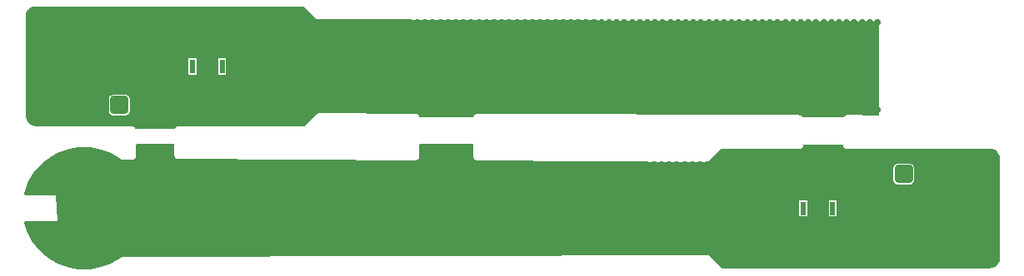
<source format=gbl>
G04*
G04 #@! TF.GenerationSoftware,Altium Limited,Altium Designer,20.1.12 (249)*
G04*
G04 Layer_Physical_Order=4*
G04 Layer_Color=16711680*
%FSLAX25Y25*%
%MOIN*%
G70*
G04*
G04 #@! TF.SameCoordinates,B43397F4-0A5E-4D4A-B50E-CAD48B1EF134*
G04*
G04*
G04 #@! TF.FilePolarity,Positive*
G04*
G01*
G75*
%ADD14R,0.17953X0.03937*%
%ADD29R,0.17638X0.15079*%
%ADD30R,0.02165X0.11299*%
%ADD31R,0.02165X0.05512*%
%ADD32C,0.07087*%
G04:AMPARAMS|DCode=33|XSize=70.87mil|YSize=70.87mil|CornerRadius=8.86mil|HoleSize=0mil|Usage=FLASHONLY|Rotation=0.000|XOffset=0mil|YOffset=0mil|HoleType=Round|Shape=RoundedRectangle|*
%AMROUNDEDRECTD33*
21,1,0.07087,0.05315,0,0,0.0*
21,1,0.05315,0.07087,0,0,0.0*
1,1,0.01772,0.02657,-0.02657*
1,1,0.01772,-0.02657,-0.02657*
1,1,0.01772,-0.02657,0.02657*
1,1,0.01772,0.02657,0.02657*
%
%ADD33ROUNDEDRECTD33*%
%ADD34C,0.02756*%
%ADD35C,0.01968*%
%ADD36C,0.05000*%
G36*
X6917Y109513D02*
X114298D01*
X119224Y104762D01*
X119459Y104612D01*
X119691Y104456D01*
X119707Y104452D01*
X119721Y104443D01*
X119996Y104394D01*
X120270Y104338D01*
X344143Y103559D01*
X344495Y103204D01*
X344319Y66290D01*
X343964Y65939D01*
X331509Y66013D01*
X331505Y66012D01*
X331500Y66013D01*
X331215Y65957D01*
X330929Y65902D01*
X330925Y65899D01*
X330921Y65898D01*
X330679Y65737D01*
X330436Y65576D01*
X330434Y65573D01*
X330430Y65570D01*
X330268Y65328D01*
X330171Y65184D01*
X313828D01*
X313736Y65322D01*
X313574Y65566D01*
X313572Y65568D01*
X313570Y65570D01*
X313327Y65733D01*
X313085Y65896D01*
X313082Y65896D01*
X313079Y65898D01*
X312792Y65955D01*
X312506Y66013D01*
X183506Y66513D01*
X183503Y66513D01*
X183500Y66513D01*
X183213Y66456D01*
X182926Y66400D01*
X182924Y66399D01*
X182921Y66398D01*
X182677Y66236D01*
X182434Y66074D01*
X182432Y66072D01*
X182430Y66070D01*
X182267Y65826D01*
X182104Y65584D01*
X182104Y65582D01*
X182102Y65579D01*
X182045Y65292D01*
X182023Y65184D01*
X160477D01*
X160457Y65285D01*
X160401Y65573D01*
X160399Y65576D01*
X160398Y65579D01*
X160237Y65821D01*
X160075Y66065D01*
X160072Y66067D01*
X160070Y66070D01*
X159827Y66232D01*
X159586Y66395D01*
X159582Y66396D01*
X159579Y66398D01*
X159292Y66455D01*
X159007Y66513D01*
X120088Y66698D01*
X120071Y66694D01*
X120053Y66697D01*
X119781Y66638D01*
X119508Y66585D01*
X119494Y66575D01*
X119476Y66571D01*
X119248Y66413D01*
X119016Y66259D01*
X119006Y66245D01*
X118991Y66235D01*
X114468Y61543D01*
X63999Y61513D01*
X63706Y61455D01*
X63421Y61398D01*
X63420Y61398D01*
X63420Y61398D01*
X63177Y61235D01*
X62930Y61070D01*
X62930Y61070D01*
X62929Y61069D01*
X62770Y60831D01*
X62602Y60579D01*
X62602Y60579D01*
X62602Y60578D01*
X62592Y60528D01*
X46908D01*
X46899Y60578D01*
X46898Y60579D01*
X46898Y60579D01*
X46732Y60828D01*
X46571Y61069D01*
X46570Y61070D01*
X46570Y61070D01*
X46320Y61238D01*
X46080Y61398D01*
X46080Y61398D01*
X46079Y61398D01*
X45788Y61456D01*
X45501Y61513D01*
X7619Y61543D01*
X7119Y61544D01*
X6640Y61594D01*
X6083Y61667D01*
X5118Y62066D01*
X4290Y62702D01*
X3654Y63531D01*
X3254Y64496D01*
X3181Y65052D01*
X3131Y65532D01*
X3131Y65539D01*
X3128Y66031D01*
X2929Y105532D01*
X2921Y105569D01*
X3052Y106560D01*
X3451Y107525D01*
X4087Y108354D01*
X4916Y108990D01*
X5881Y109390D01*
X6876Y109521D01*
X6917Y109513D01*
D02*
G37*
G36*
X62487Y54558D02*
Y50000D01*
X62543Y49714D01*
X62599Y49428D01*
X62601Y49425D01*
X62602Y49421D01*
X62764Y49179D01*
X62924Y48936D01*
X62928Y48933D01*
X62930Y48930D01*
X63172Y48768D01*
X63414Y48605D01*
X63418Y48604D01*
X63421Y48602D01*
X63707Y48545D01*
X63992Y48487D01*
X158992Y47987D01*
X158996Y47987D01*
X159000Y47987D01*
X159285Y48043D01*
X159572Y48099D01*
X159575Y48101D01*
X159579Y48102D01*
X159820Y48263D01*
X160064Y48424D01*
X160067Y48428D01*
X160070Y48430D01*
X160231Y48671D01*
X160395Y48913D01*
X160396Y48917D01*
X160398Y48921D01*
X160455Y49206D01*
X160513Y49492D01*
X160512Y49496D01*
X160513Y49500D01*
Y54080D01*
X160867Y54433D01*
X181987Y54406D01*
Y49500D01*
X182043Y49216D01*
X182098Y48931D01*
X182101Y48926D01*
X182102Y48921D01*
X182263Y48680D01*
X182422Y48438D01*
X182427Y48435D01*
X182430Y48430D01*
X182671Y48269D01*
X182911Y48106D01*
X182916Y48105D01*
X182921Y48102D01*
X183205Y48045D01*
X183489Y47987D01*
X275418Y47310D01*
X275437Y47314D01*
X275457Y47311D01*
X275727Y47370D01*
X275998Y47421D01*
X276014Y47432D01*
X276034Y47436D01*
X276261Y47594D01*
X276491Y47746D01*
X276502Y47762D01*
X276519Y47773D01*
X281042Y52465D01*
X312501Y52487D01*
X312788Y52544D01*
X313079Y52602D01*
X313080Y52602D01*
X313080Y52602D01*
X313323Y52765D01*
X313570Y52930D01*
X313570Y52930D01*
X313571Y52931D01*
X313736Y53178D01*
X313898Y53421D01*
X313898Y53421D01*
X313898Y53422D01*
X313956Y53714D01*
X314013Y54000D01*
X314252Y54239D01*
X329579Y54219D01*
X329987Y53996D01*
X330045Y53707D01*
X330102Y53421D01*
X330103Y53419D01*
X330103Y53418D01*
X330267Y53174D01*
X330430Y52930D01*
X330431Y52929D01*
X330432Y52928D01*
X330677Y52765D01*
X330921Y52602D01*
X330923Y52601D01*
X330924Y52601D01*
X331214Y52544D01*
X331500Y52487D01*
X331502Y52487D01*
X331504Y52487D01*
X388756Y52618D01*
X388795Y52626D01*
X389788Y52495D01*
X390753Y52095D01*
X391582Y51459D01*
X392218Y50631D01*
X392618Y49666D01*
X392691Y49109D01*
X392741Y48630D01*
X392741Y48630D01*
X392741Y48136D01*
Y9133D01*
X392741Y9132D01*
X392741Y8637D01*
X392691Y8158D01*
X392618Y7601D01*
X392218Y6636D01*
X391582Y5808D01*
X390753Y5172D01*
X389788Y4772D01*
X389232Y4699D01*
X388753Y4649D01*
X388753Y4649D01*
X281562D01*
X276490Y9540D01*
X276252Y9693D01*
X276015Y9850D01*
X276003Y9853D01*
X275993Y9859D01*
X275713Y9909D01*
X275435Y9964D01*
X41835Y9250D01*
X41547Y9192D01*
X41261Y9135D01*
X41259Y9134D01*
X41257Y9133D01*
X41012Y8969D01*
X40956Y8932D01*
X40931Y8967D01*
X39413Y7890D01*
X37002Y6558D01*
X34458Y5504D01*
X31811Y4741D01*
X29095Y4280D01*
X26345Y4125D01*
X23595Y4280D01*
X20880Y4741D01*
X18233Y5504D01*
X15688Y6558D01*
X13278Y7890D01*
X11031Y9484D01*
X8978Y11319D01*
X7142Y13373D01*
X5548Y15619D01*
X4216Y18030D01*
X3162Y20575D01*
X2514Y22822D01*
X2891Y23322D01*
X15732Y23322D01*
X14904Y33952D01*
X2830Y33952D01*
X2486Y34452D01*
X3162Y36799D01*
X4216Y39344D01*
X5548Y41755D01*
X7142Y44001D01*
X8978Y46055D01*
X11031Y47890D01*
X13278Y49484D01*
X15688Y50816D01*
X18233Y51871D01*
X20880Y52633D01*
X23595Y53094D01*
X26345Y53249D01*
X29095Y53094D01*
X31811Y52633D01*
X34458Y51871D01*
X37002Y50816D01*
X39413Y49484D01*
X40931Y48407D01*
X40956Y48442D01*
X41261Y48239D01*
X41840Y48124D01*
X45500Y48124D01*
X46079Y48239D01*
X46570Y48567D01*
X46898Y49058D01*
X47013Y49637D01*
Y54224D01*
X47367Y54577D01*
X62487Y54558D01*
D02*
G37*
%LPC*%
G36*
X83188Y88784D02*
X80022D01*
Y82272D01*
X83188D01*
Y88784D01*
D02*
G37*
G36*
X71377D02*
X68211D01*
Y82272D01*
X71377D01*
Y88784D01*
D02*
G37*
G36*
X43158Y74071D02*
X37843D01*
X37302Y73963D01*
X36843Y73657D01*
X36537Y73198D01*
X36430Y72658D01*
Y67343D01*
X36537Y66802D01*
X36843Y66343D01*
X37302Y66037D01*
X37843Y65930D01*
X43158D01*
X43698Y66037D01*
X44157Y66343D01*
X44463Y66802D01*
X44570Y67343D01*
Y72658D01*
X44463Y73198D01*
X44157Y73657D01*
X43698Y73963D01*
X43158Y74071D01*
D02*
G37*
G36*
X356909Y46407D02*
X351594D01*
X351054Y46300D01*
X350595Y45994D01*
X350289Y45535D01*
X350181Y44995D01*
Y39680D01*
X350289Y39139D01*
X350595Y38680D01*
X351054Y38374D01*
X351594Y38267D01*
X356909D01*
X357450Y38374D01*
X357908Y38680D01*
X358215Y39139D01*
X358322Y39680D01*
Y44995D01*
X358215Y45535D01*
X357908Y45994D01*
X357450Y46300D01*
X356909Y46407D01*
D02*
G37*
G36*
X327458Y31893D02*
X324293D01*
Y25381D01*
X327458D01*
Y31893D01*
D02*
G37*
G36*
X315647D02*
X312482D01*
Y25381D01*
X315647D01*
Y31893D01*
D02*
G37*
%LPD*%
D14*
X12665Y95843D02*
D03*
Y75213D02*
D03*
X383004Y38952D02*
D03*
Y18322D02*
D03*
D29*
X75699Y72339D02*
D03*
X319970Y41826D02*
D03*
D30*
X75699Y85528D02*
D03*
X319970Y28637D02*
D03*
D31*
X69794Y85528D02*
D03*
X81605D02*
D03*
X325875Y28637D02*
D03*
X314064D02*
D03*
D32*
X364252Y42337D02*
D03*
X30500Y70000D02*
D03*
D33*
X354252Y42337D02*
D03*
X40500Y70000D02*
D03*
D34*
X69985Y107728D02*
D03*
X88385D02*
D03*
X85318D02*
D03*
X73052D02*
D03*
X79185D02*
D03*
X76118D02*
D03*
X82251D02*
D03*
X66918D02*
D03*
X69985Y63328D02*
D03*
X88385D02*
D03*
X85318D02*
D03*
X73052D02*
D03*
X79185D02*
D03*
X76118D02*
D03*
X82251D02*
D03*
X66918D02*
D03*
X57718D02*
D03*
X60785D02*
D03*
X66918D02*
D03*
X63851D02*
D03*
X39318D02*
D03*
X36252D02*
D03*
X45452D02*
D03*
X23985D02*
D03*
X30118D02*
D03*
X54651D02*
D03*
X48518D02*
D03*
X27052D02*
D03*
X33185D02*
D03*
X42385D02*
D03*
X51585D02*
D03*
X20918D02*
D03*
X17852D02*
D03*
X57718Y107728D02*
D03*
X60785D02*
D03*
X66918D02*
D03*
X63851D02*
D03*
X39318D02*
D03*
X36252D02*
D03*
X45452D02*
D03*
X23985D02*
D03*
X30118D02*
D03*
X54651D02*
D03*
X48518D02*
D03*
X27052D02*
D03*
X33185D02*
D03*
X42385D02*
D03*
X51585D02*
D03*
X20918D02*
D03*
X17852D02*
D03*
X11718D02*
D03*
X8652D02*
D03*
X14785D02*
D03*
Y63328D02*
D03*
X8652D02*
D03*
X5500Y63500D02*
D03*
X11718Y63328D02*
D03*
X4518Y98562D02*
D03*
Y104695D02*
D03*
X5500Y107500D02*
D03*
X4518Y101628D02*
D03*
Y92428D02*
D03*
Y89362D02*
D03*
Y81695D02*
D03*
Y78628D02*
D03*
Y69428D02*
D03*
Y66362D02*
D03*
Y72495D02*
D03*
X126018Y103028D02*
D03*
X122951D02*
D03*
X129085D02*
D03*
X119885D02*
D03*
X132151D02*
D03*
X162818D02*
D03*
X153618D02*
D03*
X144418D02*
D03*
X138285D02*
D03*
X159751D02*
D03*
X165885D02*
D03*
X141351D02*
D03*
X135218D02*
D03*
X156685D02*
D03*
X147485D02*
D03*
X150551D02*
D03*
X199618D02*
D03*
X190418D02*
D03*
X181218D02*
D03*
X175084D02*
D03*
X196551D02*
D03*
X202684D02*
D03*
X178151D02*
D03*
X172018D02*
D03*
X193484D02*
D03*
X184284D02*
D03*
X187351D02*
D03*
X168951D02*
D03*
X205751D02*
D03*
X236418D02*
D03*
X227218D02*
D03*
X218018D02*
D03*
X211884D02*
D03*
X233351D02*
D03*
X239484D02*
D03*
X214951D02*
D03*
X208818D02*
D03*
X230284D02*
D03*
X221084D02*
D03*
X224151D02*
D03*
X273218D02*
D03*
X264018D02*
D03*
X254818D02*
D03*
X248684D02*
D03*
X270151D02*
D03*
X276284D02*
D03*
X251751D02*
D03*
X245618D02*
D03*
X267084D02*
D03*
X257884D02*
D03*
X260951D02*
D03*
X242551D02*
D03*
X310018D02*
D03*
X300818D02*
D03*
X291618D02*
D03*
X285484D02*
D03*
X306951D02*
D03*
X313084D02*
D03*
X288551D02*
D03*
X282418D02*
D03*
X303884D02*
D03*
X294684D02*
D03*
X297751D02*
D03*
X279351D02*
D03*
X316151D02*
D03*
X334551D02*
D03*
X331484D02*
D03*
X340684D02*
D03*
X319218D02*
D03*
X325351D02*
D03*
X343751D02*
D03*
X322284D02*
D03*
X328417D02*
D03*
X337617D02*
D03*
X88385Y107728D02*
D03*
X112918D02*
D03*
X103718D02*
D03*
X97585D02*
D03*
X100651D02*
D03*
X94518D02*
D03*
X106785D02*
D03*
X109851D02*
D03*
X91451D02*
D03*
X117218Y104428D02*
D03*
X115317Y106528D02*
D03*
X119885Y68028D02*
D03*
X122951D02*
D03*
X126018D02*
D03*
X129085D02*
D03*
X132151D02*
D03*
X162818D02*
D03*
X153618D02*
D03*
X144418D02*
D03*
X138285D02*
D03*
X159751D02*
D03*
X165885D02*
D03*
X141351D02*
D03*
X135218D02*
D03*
X156685D02*
D03*
X147485D02*
D03*
X150551D02*
D03*
X199618D02*
D03*
X190418D02*
D03*
X181218D02*
D03*
X175084D02*
D03*
X196551D02*
D03*
X202684D02*
D03*
X178151D02*
D03*
X172018D02*
D03*
X193484D02*
D03*
X184284D02*
D03*
X187351D02*
D03*
X168951D02*
D03*
X205751D02*
D03*
X236418D02*
D03*
X227218D02*
D03*
X218018D02*
D03*
X211884D02*
D03*
X233351D02*
D03*
X239484D02*
D03*
X214951D02*
D03*
X208818D02*
D03*
X230284D02*
D03*
X221084D02*
D03*
X224151D02*
D03*
X273218D02*
D03*
X264018D02*
D03*
X254818D02*
D03*
X248684D02*
D03*
X270151D02*
D03*
X276284D02*
D03*
X251751D02*
D03*
X245618D02*
D03*
X267084D02*
D03*
X257884D02*
D03*
X260951D02*
D03*
X242551D02*
D03*
X310018D02*
D03*
X300818D02*
D03*
X291618D02*
D03*
X285484D02*
D03*
X306951D02*
D03*
X313084D02*
D03*
X288551D02*
D03*
X282418D02*
D03*
X303884D02*
D03*
X294684D02*
D03*
X297751D02*
D03*
X279351D02*
D03*
X316151D02*
D03*
X334551D02*
D03*
X331484D02*
D03*
X340684D02*
D03*
X319218D02*
D03*
X325351D02*
D03*
X343751D02*
D03*
X322284D02*
D03*
X328417D02*
D03*
X337617D02*
D03*
X88385Y63328D02*
D03*
X112918D02*
D03*
X103718D02*
D03*
X97585D02*
D03*
X100651D02*
D03*
X94518D02*
D03*
X106785D02*
D03*
X109851D02*
D03*
X91451D02*
D03*
X117218Y66628D02*
D03*
X115317Y64528D02*
D03*
X339884Y88728D02*
D03*
X330684D02*
D03*
X321484D02*
D03*
X315351D02*
D03*
X336818D02*
D03*
X342951D02*
D03*
X318418D02*
D03*
X312284D02*
D03*
X333751D02*
D03*
X324551D02*
D03*
X327618D02*
D03*
X309218D02*
D03*
X272418D02*
D03*
X290818D02*
D03*
X287751D02*
D03*
X296951D02*
D03*
X275484D02*
D03*
X281618D02*
D03*
X306151D02*
D03*
X300018D02*
D03*
X278551D02*
D03*
X284684D02*
D03*
X293884D02*
D03*
X303084D02*
D03*
X235618D02*
D03*
X254018D02*
D03*
X250951D02*
D03*
X260151D02*
D03*
X238684D02*
D03*
X244818D02*
D03*
X269351D02*
D03*
X263218D02*
D03*
X241751D02*
D03*
X247884D02*
D03*
X257084D02*
D03*
X266284D02*
D03*
X217218D02*
D03*
X214151D02*
D03*
X223351D02*
D03*
X201885D02*
D03*
X208018D02*
D03*
X232551D02*
D03*
X226418D02*
D03*
X204951D02*
D03*
X211085D02*
D03*
X220284D02*
D03*
X229484D02*
D03*
X198818D02*
D03*
X180418D02*
D03*
X177351D02*
D03*
X186551D02*
D03*
X165085D02*
D03*
X171218D02*
D03*
X195751D02*
D03*
X189618D02*
D03*
X168151D02*
D03*
X174285D02*
D03*
X183484D02*
D03*
X192684D02*
D03*
X162018D02*
D03*
X125218D02*
D03*
X143618D02*
D03*
X140551D02*
D03*
X149751D02*
D03*
X128285D02*
D03*
X134418D02*
D03*
X158951D02*
D03*
X152818D02*
D03*
X131351D02*
D03*
X137485D02*
D03*
X146685D02*
D03*
X155885D02*
D03*
X106818D02*
D03*
X103751D02*
D03*
X112951D02*
D03*
X122151D02*
D03*
X116018D02*
D03*
X100685D02*
D03*
X109885D02*
D03*
X119085D02*
D03*
X339884Y82328D02*
D03*
X330684D02*
D03*
X321484D02*
D03*
X315351D02*
D03*
X336818D02*
D03*
X342951D02*
D03*
X318418D02*
D03*
X312284D02*
D03*
X333751D02*
D03*
X324551D02*
D03*
X327618D02*
D03*
X309218D02*
D03*
X272418D02*
D03*
X290818D02*
D03*
X287751D02*
D03*
X296951D02*
D03*
X275484D02*
D03*
X281618D02*
D03*
X306151D02*
D03*
X300018D02*
D03*
X278551D02*
D03*
X284684D02*
D03*
X293884D02*
D03*
X303084D02*
D03*
X235618D02*
D03*
X254018D02*
D03*
X250951D02*
D03*
X260151D02*
D03*
X238684D02*
D03*
X244818D02*
D03*
X269351D02*
D03*
X263218D02*
D03*
X241751D02*
D03*
X247884D02*
D03*
X257084D02*
D03*
X266284D02*
D03*
X217218D02*
D03*
X214151D02*
D03*
X223351D02*
D03*
X201885D02*
D03*
X208018D02*
D03*
X232551D02*
D03*
X226418D02*
D03*
X204951D02*
D03*
X211085D02*
D03*
X220284D02*
D03*
X229484D02*
D03*
X198818D02*
D03*
X180418D02*
D03*
X177351D02*
D03*
X186551D02*
D03*
X165085D02*
D03*
X171218D02*
D03*
X195751D02*
D03*
X189618D02*
D03*
X168151D02*
D03*
X174285D02*
D03*
X183484D02*
D03*
X192684D02*
D03*
X162018D02*
D03*
X125218D02*
D03*
X143618D02*
D03*
X140551D02*
D03*
X149751D02*
D03*
X128285D02*
D03*
X134418D02*
D03*
X158951D02*
D03*
X152818D02*
D03*
X131351D02*
D03*
X137485D02*
D03*
X146685D02*
D03*
X155885D02*
D03*
X106818D02*
D03*
X103751D02*
D03*
X112951D02*
D03*
X122151D02*
D03*
X116018D02*
D03*
X100685D02*
D03*
X109885D02*
D03*
X119085D02*
D03*
X391152Y41670D02*
D03*
Y47804D02*
D03*
Y44737D02*
D03*
Y35537D02*
D03*
Y32471D02*
D03*
Y24804D02*
D03*
Y21737D02*
D03*
Y12537D02*
D03*
X390084Y6437D02*
D03*
X391152Y9470D02*
D03*
Y15604D02*
D03*
X280352Y7837D02*
D03*
X278352Y9737D02*
D03*
X280352Y49637D02*
D03*
X278452Y47537D02*
D03*
X304218Y50837D02*
D03*
X285818D02*
D03*
X288885D02*
D03*
X301151D02*
D03*
X295018D02*
D03*
X298084D02*
D03*
X291951D02*
D03*
X282751D02*
D03*
X307284D02*
D03*
X310351D02*
D03*
X341018D02*
D03*
X337951D02*
D03*
X313418D02*
D03*
X322618D02*
D03*
X328751D02*
D03*
X325684D02*
D03*
X331818D02*
D03*
X319551D02*
D03*
X316484D02*
D03*
X334885D02*
D03*
X371684D02*
D03*
X368618D02*
D03*
X344085D02*
D03*
X353284D02*
D03*
X359418D02*
D03*
X356351D02*
D03*
X362484D02*
D03*
X350218D02*
D03*
X347151D02*
D03*
X365551D02*
D03*
X374751D02*
D03*
X383951D02*
D03*
X390084D02*
D03*
X387018D02*
D03*
X380884D02*
D03*
X377818D02*
D03*
Y6437D02*
D03*
X380884D02*
D03*
X387018D02*
D03*
X383951D02*
D03*
X365551D02*
D03*
X347151D02*
D03*
X350218D02*
D03*
X362484D02*
D03*
X356351D02*
D03*
X359418D02*
D03*
X353284D02*
D03*
X344085D02*
D03*
X374751D02*
D03*
X368618D02*
D03*
X371684D02*
D03*
X334885D02*
D03*
X316484D02*
D03*
X319551D02*
D03*
X331818D02*
D03*
X325684D02*
D03*
X328751D02*
D03*
X322618D02*
D03*
X337951D02*
D03*
X341018D02*
D03*
X310351D02*
D03*
X307284D02*
D03*
X313418D02*
D03*
X269651Y11137D02*
D03*
X282751Y6437D02*
D03*
X291951D02*
D03*
X298084D02*
D03*
X272718Y11137D02*
D03*
X266585D02*
D03*
X295018Y6437D02*
D03*
X301151D02*
D03*
X275785Y11137D02*
D03*
X288885Y6437D02*
D03*
X285818D02*
D03*
X304218D02*
D03*
X232851Y11137D02*
D03*
X242051D02*
D03*
X251251D02*
D03*
X257385D02*
D03*
X235918D02*
D03*
X229785D02*
D03*
X254318D02*
D03*
X260451D02*
D03*
X238985D02*
D03*
X248185D02*
D03*
X245118D02*
D03*
X263518D02*
D03*
X196051D02*
D03*
X205251D02*
D03*
X214451D02*
D03*
X220585D02*
D03*
X199118D02*
D03*
X192985D02*
D03*
X217518D02*
D03*
X223651D02*
D03*
X202185D02*
D03*
X211385D02*
D03*
X208318D02*
D03*
X226718D02*
D03*
X159251D02*
D03*
X168451D02*
D03*
X177652D02*
D03*
X183785D02*
D03*
X162318D02*
D03*
X156185D02*
D03*
X180718D02*
D03*
X186851D02*
D03*
X165385D02*
D03*
X174585D02*
D03*
X171518D02*
D03*
X189918D02*
D03*
X122452D02*
D03*
X131652D02*
D03*
X140851D02*
D03*
X146985D02*
D03*
X125518D02*
D03*
X119385D02*
D03*
X143918D02*
D03*
X150051D02*
D03*
X128585D02*
D03*
X137785D02*
D03*
X134718D02*
D03*
X153118D02*
D03*
X85652D02*
D03*
X94852D02*
D03*
X104052D02*
D03*
X110185D02*
D03*
X88718D02*
D03*
X82585D02*
D03*
X107118D02*
D03*
X113252D02*
D03*
X91785D02*
D03*
X100985D02*
D03*
X97918D02*
D03*
X116318D02*
D03*
X79518D02*
D03*
X61118D02*
D03*
X64185D02*
D03*
X54985D02*
D03*
X76452D02*
D03*
X70318D02*
D03*
X45785D02*
D03*
X51918D02*
D03*
X73385D02*
D03*
X67252D02*
D03*
X58052D02*
D03*
X48852D02*
D03*
Y46137D02*
D03*
X58052D02*
D03*
X67252D02*
D03*
X73385D02*
D03*
X51918D02*
D03*
X45785D02*
D03*
X70318D02*
D03*
X76452D02*
D03*
X54985D02*
D03*
X64185D02*
D03*
X61118D02*
D03*
X79518D02*
D03*
X116318D02*
D03*
X97918D02*
D03*
X100985D02*
D03*
X91785D02*
D03*
X113252D02*
D03*
X107118D02*
D03*
X82585D02*
D03*
X88718D02*
D03*
X110185D02*
D03*
X104052D02*
D03*
X94852D02*
D03*
X85652D02*
D03*
X153118D02*
D03*
X134718D02*
D03*
X137785D02*
D03*
X128585D02*
D03*
X150051D02*
D03*
X143918D02*
D03*
X119385D02*
D03*
X125518D02*
D03*
X146985D02*
D03*
X140851D02*
D03*
X131652D02*
D03*
X122452D02*
D03*
X171518D02*
D03*
X174585D02*
D03*
X165385D02*
D03*
X186851D02*
D03*
X180718D02*
D03*
X156185D02*
D03*
X162318D02*
D03*
X183785D02*
D03*
X177652D02*
D03*
X168451D02*
D03*
X159251D02*
D03*
X189918D02*
D03*
X226718D02*
D03*
X208318D02*
D03*
X211385D02*
D03*
X202185D02*
D03*
X223651D02*
D03*
X217518D02*
D03*
X192985D02*
D03*
X199118D02*
D03*
X220585D02*
D03*
X214451D02*
D03*
X205251D02*
D03*
X196051D02*
D03*
X245118D02*
D03*
X248185D02*
D03*
X238985D02*
D03*
X260451D02*
D03*
X254318D02*
D03*
X229785D02*
D03*
X235918D02*
D03*
X257385D02*
D03*
X251251D02*
D03*
X242051D02*
D03*
X232851D02*
D03*
X263518D02*
D03*
X275785D02*
D03*
X266585D02*
D03*
X272718D02*
D03*
X269651D02*
D03*
X40155Y10643D02*
D03*
X37652Y9137D02*
D03*
X34952Y8037D02*
D03*
X32169Y7203D02*
D03*
X29293Y6523D02*
D03*
X26252Y6437D02*
D03*
X23152Y6737D02*
D03*
X20252Y7437D02*
D03*
X17452Y8437D02*
D03*
X14852Y9937D02*
D03*
X12552Y11637D02*
D03*
X10452Y13737D02*
D03*
X8452Y15937D02*
D03*
X6952Y18637D02*
D03*
X5852Y21437D02*
D03*
X40155Y46632D02*
D03*
X37652Y48137D02*
D03*
X34952Y49237D02*
D03*
X32169Y50071D02*
D03*
X29293Y50751D02*
D03*
X26252Y50837D02*
D03*
X23152Y50537D02*
D03*
X20252Y49837D02*
D03*
X17452Y48837D02*
D03*
X14852Y47337D02*
D03*
X12552Y45637D02*
D03*
X10452Y43537D02*
D03*
X8452Y41337D02*
D03*
X6952Y38637D02*
D03*
X5852Y35837D02*
D03*
X42852Y44937D02*
D03*
Y12337D02*
D03*
X48952Y22537D02*
D03*
X47952Y19837D02*
D03*
X46552Y17137D02*
D03*
X44852Y14637D02*
D03*
X42852Y12337D02*
D03*
X44852Y42637D02*
D03*
X46552Y40137D02*
D03*
X47952Y37437D02*
D03*
X48952Y34737D02*
D03*
X55785Y25437D02*
D03*
X64985D02*
D03*
X74185D02*
D03*
X80318D02*
D03*
X58852D02*
D03*
X52718D02*
D03*
X77252D02*
D03*
X83385D02*
D03*
X61918D02*
D03*
X71118D02*
D03*
X68052D02*
D03*
X49652D02*
D03*
X86452D02*
D03*
X123252D02*
D03*
X104852D02*
D03*
X107918D02*
D03*
X98718D02*
D03*
X120185D02*
D03*
X114052D02*
D03*
X89518D02*
D03*
X95652D02*
D03*
X117118D02*
D03*
X110985D02*
D03*
X101785D02*
D03*
X92585D02*
D03*
X141651D02*
D03*
X144718D02*
D03*
X135518D02*
D03*
X156985D02*
D03*
X150852D02*
D03*
X126318D02*
D03*
X132452D02*
D03*
X153918D02*
D03*
X147785D02*
D03*
X138585D02*
D03*
X129385D02*
D03*
X160052D02*
D03*
X196851D02*
D03*
X178452D02*
D03*
X181518D02*
D03*
X172318D02*
D03*
X193785D02*
D03*
X187651D02*
D03*
X163118D02*
D03*
X169252D02*
D03*
X190718D02*
D03*
X184585D02*
D03*
X175385D02*
D03*
X166185D02*
D03*
X215251D02*
D03*
X218318D02*
D03*
X209118D02*
D03*
X230585D02*
D03*
X224451D02*
D03*
X199918D02*
D03*
X206051D02*
D03*
X227518D02*
D03*
X221385D02*
D03*
X212185D02*
D03*
X202985D02*
D03*
X233651D02*
D03*
X252051D02*
D03*
X255118D02*
D03*
X245918D02*
D03*
X267385D02*
D03*
X261251D02*
D03*
X236718D02*
D03*
X242851D02*
D03*
X264318D02*
D03*
X258185D02*
D03*
X248985D02*
D03*
X239785D02*
D03*
X270451D02*
D03*
X288851D02*
D03*
X291918D02*
D03*
X282718D02*
D03*
X273518D02*
D03*
X279651D02*
D03*
X294985D02*
D03*
X285785D02*
D03*
X276585D02*
D03*
Y31837D02*
D03*
X285785D02*
D03*
X294985D02*
D03*
X279651D02*
D03*
X273518D02*
D03*
X282718D02*
D03*
X291918D02*
D03*
X288851D02*
D03*
X239785D02*
D03*
X248985D02*
D03*
X258185D02*
D03*
X264318D02*
D03*
X242851D02*
D03*
X236718D02*
D03*
X261251D02*
D03*
X267385D02*
D03*
X245918D02*
D03*
X255118D02*
D03*
X252051D02*
D03*
X270451D02*
D03*
X233651D02*
D03*
X202985D02*
D03*
X212185D02*
D03*
X221385D02*
D03*
X227518D02*
D03*
X206051D02*
D03*
X199918D02*
D03*
X224451D02*
D03*
X230585D02*
D03*
X209118D02*
D03*
X218318D02*
D03*
X215251D02*
D03*
X196851D02*
D03*
X166185D02*
D03*
X175385D02*
D03*
X184585D02*
D03*
X190718D02*
D03*
X169252D02*
D03*
X163118D02*
D03*
X187651D02*
D03*
X193785D02*
D03*
X172318D02*
D03*
X181518D02*
D03*
X178452D02*
D03*
X129385D02*
D03*
X138585D02*
D03*
X147785D02*
D03*
X153918D02*
D03*
X132452D02*
D03*
X126318D02*
D03*
X150852D02*
D03*
X156985D02*
D03*
X135518D02*
D03*
X144718D02*
D03*
X141651D02*
D03*
X160052D02*
D03*
X92585D02*
D03*
X101785D02*
D03*
X110985D02*
D03*
X117118D02*
D03*
X95652D02*
D03*
X89518D02*
D03*
X114052D02*
D03*
X120185D02*
D03*
X98718D02*
D03*
X107918D02*
D03*
X104852D02*
D03*
X123252D02*
D03*
X49652D02*
D03*
X86452D02*
D03*
X68052D02*
D03*
X71118D02*
D03*
X61918D02*
D03*
X83385D02*
D03*
X77252D02*
D03*
X52718D02*
D03*
X58852D02*
D03*
X80318D02*
D03*
X74185D02*
D03*
X64985D02*
D03*
X55785D02*
D03*
X12752Y35737D02*
D03*
X14352Y38137D02*
D03*
X16352Y40337D02*
D03*
X37571Y16226D02*
D03*
X35216Y14427D02*
D03*
X41252Y20837D02*
D03*
X39682Y18337D02*
D03*
X32552Y13237D02*
D03*
X29652Y12537D02*
D03*
X26652Y12337D02*
D03*
X23752Y12737D02*
D03*
X20952Y13737D02*
D03*
X18352Y15137D02*
D03*
X15952Y16937D02*
D03*
X14052Y19137D02*
D03*
X12552Y21637D02*
D03*
X18652Y42137D02*
D03*
X21352Y43437D02*
D03*
X24352Y44137D02*
D03*
X27352Y44437D02*
D03*
X30352Y44237D02*
D03*
X33152Y43337D02*
D03*
X35752Y41837D02*
D03*
X38052Y40037D02*
D03*
X39952Y37737D02*
D03*
X41352Y35237D02*
D03*
X42252Y32437D02*
D03*
X42652Y29537D02*
D03*
Y26637D02*
D03*
X46296Y25219D02*
D03*
X42252Y23637D02*
D03*
D35*
X68534Y66749D02*
D03*
X82707D02*
D03*
X68534Y76749D02*
D03*
X73140D02*
D03*
X77928D02*
D03*
X82707D02*
D03*
X68534Y71749D02*
D03*
X73140D02*
D03*
X77928D02*
D03*
X82707D02*
D03*
X327135Y47417D02*
D03*
X312962D02*
D03*
X327135Y37417D02*
D03*
X322529D02*
D03*
X317741D02*
D03*
X312962D02*
D03*
X327135Y42417D02*
D03*
X322529D02*
D03*
X317741D02*
D03*
X312962D02*
D03*
D36*
X75699Y80016D02*
D03*
X319970Y34149D02*
D03*
M02*

</source>
